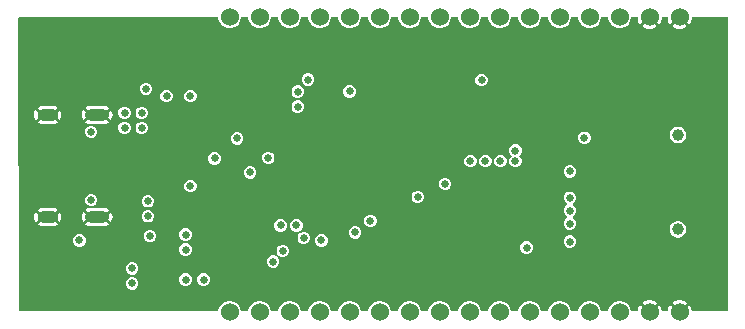
<source format=gbr>
%TF.GenerationSoftware,Altium Limited,Altium Designer,25.4.2 (15)*%
G04 Layer_Physical_Order=2*
G04 Layer_Color=37055*
%FSLAX45Y45*%
%MOMM*%
%TF.SameCoordinates,D428E1E4-D561-4EBD-83AA-0298DF20FA0A*%
%TF.FilePolarity,Positive*%
%TF.FileFunction,Copper,L2,Inr,Signal*%
%TF.Part,Single*%
G01*
G75*
%TA.AperFunction,ComponentPad*%
%ADD41O,2.10000X1.00000*%
%ADD42O,1.80000X1.00000*%
%ADD43C,0.65000*%
%ADD44C,1.00000*%
%ADD45C,1.52400*%
%TA.AperFunction,ViaPad*%
%ADD46C,0.66040*%
G36*
X2921522Y1197484D02*
X2922000Y1197962D01*
X2935376Y1221129D01*
X2942300Y1246970D01*
Y1262885D01*
X3247478D01*
Y-1228238D01*
X3239857Y-1231395D01*
X2942300D01*
Y-1226279D01*
X2935376Y-1200439D01*
X2922000Y-1177271D01*
X2921522Y-1176792D01*
X2849680Y-1248635D01*
X2840699Y-1239655D01*
X2831719Y-1248635D01*
X2759877Y-1176793D01*
X2759400Y-1177271D01*
X2746024Y-1200439D01*
X2739100Y-1226279D01*
Y-1231395D01*
X2688300D01*
Y-1226279D01*
X2681376Y-1200439D01*
X2668000Y-1177271D01*
X2667522Y-1176792D01*
X2595680Y-1248635D01*
X2586699Y-1239655D01*
X2577719Y-1248635D01*
X2505877Y-1176793D01*
X2505400Y-1177271D01*
X2492024Y-1200439D01*
X2485100Y-1226279D01*
Y-1231395D01*
X2428900D01*
Y-1226990D01*
X2422344Y-1202523D01*
X2409679Y-1180586D01*
X2391768Y-1162676D01*
X2369832Y-1150011D01*
X2345365Y-1143455D01*
X2320035D01*
X2295568Y-1150011D01*
X2273632Y-1162676D01*
X2255721Y-1180586D01*
X2243056Y-1202523D01*
X2236500Y-1226990D01*
Y-1231395D01*
X2174900D01*
Y-1226990D01*
X2168344Y-1202523D01*
X2155679Y-1180586D01*
X2137768Y-1162676D01*
X2115832Y-1150011D01*
X2091365Y-1143455D01*
X2066035D01*
X2041568Y-1150011D01*
X2019632Y-1162676D01*
X2001721Y-1180586D01*
X1989056Y-1202523D01*
X1982500Y-1226990D01*
Y-1231395D01*
X1920900D01*
Y-1226990D01*
X1914344Y-1202523D01*
X1901679Y-1180586D01*
X1883768Y-1162676D01*
X1861832Y-1150011D01*
X1837365Y-1143455D01*
X1812035D01*
X1787568Y-1150011D01*
X1765632Y-1162676D01*
X1747721Y-1180586D01*
X1735056Y-1202523D01*
X1728500Y-1226990D01*
Y-1231395D01*
X1666900D01*
Y-1226990D01*
X1660344Y-1202523D01*
X1647679Y-1180586D01*
X1629768Y-1162676D01*
X1607832Y-1150011D01*
X1583365Y-1143455D01*
X1558035D01*
X1533568Y-1150011D01*
X1511632Y-1162676D01*
X1493721Y-1180586D01*
X1481056Y-1202523D01*
X1474500Y-1226990D01*
Y-1231395D01*
X1412900D01*
Y-1226990D01*
X1406344Y-1202523D01*
X1393679Y-1180586D01*
X1375768Y-1162676D01*
X1353832Y-1150011D01*
X1329365Y-1143455D01*
X1304035D01*
X1279568Y-1150011D01*
X1257632Y-1162676D01*
X1239721Y-1180586D01*
X1227056Y-1202523D01*
X1220500Y-1226990D01*
Y-1231395D01*
X1158900D01*
Y-1226990D01*
X1152344Y-1202523D01*
X1139679Y-1180586D01*
X1121768Y-1162676D01*
X1099832Y-1150011D01*
X1075365Y-1143455D01*
X1050035D01*
X1025568Y-1150011D01*
X1003632Y-1162676D01*
X985721Y-1180586D01*
X973056Y-1202523D01*
X966500Y-1226990D01*
Y-1231395D01*
X904900D01*
Y-1226990D01*
X898344Y-1202523D01*
X885679Y-1180586D01*
X867768Y-1162676D01*
X845832Y-1150011D01*
X821365Y-1143455D01*
X796035D01*
X771568Y-1150011D01*
X749632Y-1162676D01*
X731721Y-1180586D01*
X719056Y-1202523D01*
X712500Y-1226990D01*
Y-1231395D01*
X650900D01*
Y-1226990D01*
X644344Y-1202523D01*
X631679Y-1180586D01*
X613768Y-1162676D01*
X591832Y-1150011D01*
X567365Y-1143455D01*
X542035D01*
X517568Y-1150011D01*
X495632Y-1162676D01*
X477721Y-1180586D01*
X465056Y-1202523D01*
X458500Y-1226990D01*
Y-1231395D01*
X396900D01*
Y-1226990D01*
X390344Y-1202523D01*
X377679Y-1180586D01*
X359768Y-1162676D01*
X337832Y-1150011D01*
X313365Y-1143455D01*
X288035D01*
X263568Y-1150011D01*
X241632Y-1162676D01*
X223721Y-1180586D01*
X211056Y-1202523D01*
X204500Y-1226990D01*
Y-1231395D01*
X142900D01*
Y-1226990D01*
X136344Y-1202523D01*
X123679Y-1180586D01*
X105768Y-1162676D01*
X83832Y-1150011D01*
X59365Y-1143455D01*
X34035D01*
X9568Y-1150011D01*
X-12368Y-1162676D01*
X-30279Y-1180586D01*
X-42944Y-1202523D01*
X-49500Y-1226990D01*
Y-1231395D01*
X-111100D01*
Y-1226990D01*
X-117656Y-1202523D01*
X-130321Y-1180586D01*
X-148232Y-1162676D01*
X-170168Y-1150011D01*
X-194635Y-1143455D01*
X-219965D01*
X-244432Y-1150011D01*
X-266368Y-1162676D01*
X-284279Y-1180586D01*
X-296944Y-1202523D01*
X-303500Y-1226990D01*
Y-1231395D01*
X-365100D01*
Y-1226990D01*
X-371656Y-1202523D01*
X-384321Y-1180586D01*
X-402232Y-1162676D01*
X-424168Y-1150011D01*
X-448635Y-1143455D01*
X-473965D01*
X-498432Y-1150011D01*
X-520368Y-1162676D01*
X-538279Y-1180586D01*
X-550944Y-1202523D01*
X-557500Y-1226990D01*
Y-1231395D01*
X-619100D01*
Y-1226990D01*
X-625656Y-1202523D01*
X-638321Y-1180586D01*
X-656232Y-1162676D01*
X-678168Y-1150011D01*
X-702635Y-1143455D01*
X-727965D01*
X-752432Y-1150011D01*
X-774368Y-1162676D01*
X-792279Y-1180586D01*
X-804944Y-1202523D01*
X-811500Y-1226990D01*
Y-1231395D01*
X-873100D01*
Y-1226990D01*
X-879656Y-1202523D01*
X-892321Y-1180586D01*
X-910232Y-1162676D01*
X-932168Y-1150011D01*
X-956635Y-1143455D01*
X-981965D01*
X-1006432Y-1150011D01*
X-1028368Y-1162676D01*
X-1046279Y-1180586D01*
X-1058944Y-1202523D01*
X-1065500Y-1226990D01*
Y-1231395D01*
X-2755615D01*
X-2763207Y1253891D01*
X-2754240Y1262885D01*
X-1065500D01*
Y1247681D01*
X-1058944Y1223214D01*
X-1046279Y1201277D01*
X-1028368Y1183366D01*
X-1006432Y1170701D01*
X-981965Y1164145D01*
X-956635D01*
X-932168Y1170701D01*
X-910232Y1183366D01*
X-892321Y1201277D01*
X-879656Y1223214D01*
X-873100Y1247681D01*
Y1262885D01*
X-811500D01*
Y1247681D01*
X-804944Y1223214D01*
X-792279Y1201277D01*
X-774368Y1183366D01*
X-752432Y1170701D01*
X-727965Y1164145D01*
X-702635D01*
X-678168Y1170701D01*
X-656232Y1183366D01*
X-638321Y1201277D01*
X-625656Y1223214D01*
X-619100Y1247681D01*
Y1262885D01*
X-557500D01*
Y1247681D01*
X-550944Y1223214D01*
X-538279Y1201277D01*
X-520368Y1183366D01*
X-498432Y1170701D01*
X-473965Y1164145D01*
X-448635D01*
X-424168Y1170701D01*
X-402232Y1183366D01*
X-384321Y1201277D01*
X-371656Y1223214D01*
X-365100Y1247681D01*
Y1262885D01*
X-303500D01*
Y1247681D01*
X-296944Y1223214D01*
X-284279Y1201277D01*
X-266368Y1183366D01*
X-244432Y1170701D01*
X-219965Y1164145D01*
X-194635D01*
X-170168Y1170701D01*
X-148232Y1183366D01*
X-130321Y1201277D01*
X-117656Y1223214D01*
X-111100Y1247681D01*
Y1262885D01*
X-49500D01*
Y1247681D01*
X-42944Y1223214D01*
X-30279Y1201277D01*
X-12368Y1183366D01*
X9568Y1170701D01*
X34035Y1164145D01*
X59365D01*
X83832Y1170701D01*
X105768Y1183366D01*
X123679Y1201277D01*
X136344Y1223214D01*
X142900Y1247681D01*
Y1262885D01*
X204500D01*
Y1247681D01*
X211056Y1223214D01*
X223721Y1201277D01*
X241632Y1183366D01*
X263568Y1170701D01*
X288035Y1164145D01*
X313365D01*
X337832Y1170701D01*
X359768Y1183366D01*
X377679Y1201277D01*
X390344Y1223214D01*
X396900Y1247681D01*
Y1262885D01*
X458500D01*
Y1247681D01*
X465056Y1223214D01*
X477721Y1201277D01*
X495632Y1183366D01*
X517568Y1170701D01*
X542035Y1164145D01*
X567365D01*
X591832Y1170701D01*
X613768Y1183366D01*
X631679Y1201277D01*
X644344Y1223214D01*
X650900Y1247681D01*
Y1262885D01*
X712500D01*
Y1247681D01*
X719056Y1223214D01*
X731721Y1201277D01*
X749632Y1183366D01*
X771568Y1170701D01*
X796035Y1164145D01*
X821365D01*
X845832Y1170701D01*
X867768Y1183366D01*
X885679Y1201277D01*
X898344Y1223214D01*
X904900Y1247681D01*
Y1262885D01*
X966500D01*
Y1247681D01*
X973056Y1223214D01*
X985721Y1201277D01*
X1003632Y1183366D01*
X1025568Y1170701D01*
X1050035Y1164145D01*
X1075365D01*
X1099832Y1170701D01*
X1121768Y1183366D01*
X1139679Y1201277D01*
X1152344Y1223214D01*
X1158900Y1247681D01*
Y1262885D01*
X1220500D01*
Y1247681D01*
X1227056Y1223214D01*
X1239721Y1201277D01*
X1257632Y1183366D01*
X1279568Y1170701D01*
X1304035Y1164145D01*
X1329365D01*
X1353832Y1170701D01*
X1375768Y1183366D01*
X1393679Y1201277D01*
X1406344Y1223214D01*
X1412900Y1247681D01*
Y1262885D01*
X1474500D01*
Y1247681D01*
X1481056Y1223214D01*
X1493721Y1201277D01*
X1511632Y1183366D01*
X1533568Y1170701D01*
X1558035Y1164145D01*
X1583365D01*
X1607832Y1170701D01*
X1629768Y1183366D01*
X1647679Y1201277D01*
X1660344Y1223214D01*
X1666900Y1247681D01*
Y1262885D01*
X1728500D01*
Y1247681D01*
X1735056Y1223214D01*
X1747721Y1201277D01*
X1765632Y1183366D01*
X1787568Y1170701D01*
X1812035Y1164145D01*
X1837365D01*
X1861832Y1170701D01*
X1883768Y1183366D01*
X1901679Y1201277D01*
X1914344Y1223214D01*
X1920900Y1247681D01*
Y1262885D01*
X1982500D01*
Y1247681D01*
X1989056Y1223214D01*
X2001721Y1201277D01*
X2019632Y1183366D01*
X2041568Y1170701D01*
X2066035Y1164145D01*
X2091365D01*
X2115832Y1170701D01*
X2137768Y1183366D01*
X2155679Y1201277D01*
X2168344Y1223214D01*
X2174900Y1247681D01*
Y1262885D01*
X2236500D01*
Y1247681D01*
X2243056Y1223214D01*
X2255721Y1201277D01*
X2273632Y1183366D01*
X2295568Y1170701D01*
X2320035Y1164145D01*
X2345365D01*
X2369832Y1170701D01*
X2391768Y1183366D01*
X2409679Y1201277D01*
X2422344Y1223214D01*
X2428900Y1247681D01*
Y1262885D01*
X2485100D01*
Y1246970D01*
X2492024Y1221129D01*
X2505400Y1197962D01*
X2505878Y1197484D01*
X2577720Y1269326D01*
X2586700Y1260345D01*
X2595680Y1269326D01*
X2667522Y1197484D01*
X2668000Y1197962D01*
X2681376Y1221129D01*
X2688300Y1246970D01*
Y1262885D01*
X2739100D01*
Y1246970D01*
X2746024Y1221129D01*
X2759400Y1197962D01*
X2759878Y1197484D01*
X2831720Y1269326D01*
X2840700Y1260345D01*
X2849680Y1269326D01*
X2921522Y1197484D01*
D02*
G37*
%LPC*%
G36*
X2840700Y1242385D02*
X2777838Y1179523D01*
X2778316Y1179045D01*
X2801484Y1165669D01*
X2827324Y1158745D01*
X2854076D01*
X2879916Y1165669D01*
X2903084Y1179045D01*
X2903562Y1179523D01*
X2840700Y1242385D01*
D02*
G37*
G36*
X2586700D02*
X2523838Y1179523D01*
X2524316Y1179045D01*
X2547484Y1165669D01*
X2573324Y1158745D01*
X2600076D01*
X2625916Y1165669D01*
X2649084Y1179045D01*
X2649562Y1179523D01*
X2586700Y1242385D01*
D02*
G37*
G36*
X-295436Y782505D02*
X-316529D01*
X-336016Y774434D01*
X-350930Y759519D01*
X-359002Y740032D01*
Y718939D01*
X-350930Y699452D01*
X-336016Y684537D01*
X-316529Y676466D01*
X-295436D01*
X-275949Y684537D01*
X-261034Y699452D01*
X-252962Y718939D01*
Y740032D01*
X-261034Y759519D01*
X-275949Y774434D01*
X-295436Y782505D01*
D02*
G37*
G36*
X1175224Y777425D02*
X1154131D01*
X1134644Y769354D01*
X1119730Y754439D01*
X1111658Y734952D01*
Y713859D01*
X1119730Y694372D01*
X1134644Y679457D01*
X1154131Y671386D01*
X1175224D01*
X1194711Y679457D01*
X1209626Y694372D01*
X1217698Y713859D01*
Y734952D01*
X1209626Y754439D01*
X1194711Y769354D01*
X1175224Y777425D01*
D02*
G37*
G36*
X-1667036Y703765D02*
X-1688129D01*
X-1707616Y695694D01*
X-1722530Y680779D01*
X-1730602Y661292D01*
Y640199D01*
X-1722530Y620712D01*
X-1707616Y605797D01*
X-1688129Y597725D01*
X-1667036D01*
X-1647549Y605797D01*
X-1632634Y620712D01*
X-1624562Y640199D01*
Y661292D01*
X-1632634Y680779D01*
X-1647549Y695694D01*
X-1667036Y703765D01*
D02*
G37*
G36*
X57624Y683445D02*
X36531D01*
X17044Y675374D01*
X2130Y660459D01*
X-5942Y640972D01*
Y619879D01*
X2130Y600392D01*
X17044Y585477D01*
X36531Y577405D01*
X57624D01*
X77111Y585477D01*
X92026Y600392D01*
X100098Y619879D01*
Y640972D01*
X92026Y660459D01*
X77111Y675374D01*
X57624Y683445D01*
D02*
G37*
G36*
X-381796Y680905D02*
X-402889D01*
X-422376Y672834D01*
X-437290Y657919D01*
X-445362Y638432D01*
Y617339D01*
X-437290Y597852D01*
X-422376Y582937D01*
X-402889Y574865D01*
X-381796D01*
X-362309Y582937D01*
X-347394Y597852D01*
X-339322Y617339D01*
Y638432D01*
X-347394Y657919D01*
X-362309Y672834D01*
X-381796Y680905D01*
D02*
G37*
G36*
X-1290554Y642915D02*
X-1311647D01*
X-1331133Y634844D01*
X-1346048Y619929D01*
X-1354120Y600442D01*
Y579349D01*
X-1346048Y559862D01*
X-1331133Y544947D01*
X-1311647Y536875D01*
X-1290554D01*
X-1271067Y544947D01*
X-1256152Y559862D01*
X-1248080Y579349D01*
Y600442D01*
X-1256152Y619929D01*
X-1271067Y634844D01*
X-1290554Y642915D01*
D02*
G37*
G36*
X-1492154D02*
X-1513247D01*
X-1532734Y634844D01*
X-1547648Y619929D01*
X-1555720Y600442D01*
Y579349D01*
X-1547648Y559862D01*
X-1532734Y544947D01*
X-1513247Y536875D01*
X-1492154D01*
X-1472667Y544947D01*
X-1457752Y559862D01*
X-1449680Y579349D01*
Y600442D01*
X-1457752Y619929D01*
X-1472667Y634844D01*
X-1492154Y642915D01*
D02*
G37*
G36*
X-381796Y553905D02*
X-402889D01*
X-422376Y545834D01*
X-437290Y530919D01*
X-445362Y511432D01*
Y490339D01*
X-437290Y470852D01*
X-422376Y455937D01*
X-402889Y447865D01*
X-381796D01*
X-362309Y455937D01*
X-347394Y470852D01*
X-339322Y490339D01*
Y511432D01*
X-347394Y530919D01*
X-362309Y545834D01*
X-381796Y553905D01*
D02*
G37*
G36*
X-1702596Y500565D02*
X-1723689D01*
X-1743176Y492494D01*
X-1758090Y477579D01*
X-1766162Y458092D01*
Y436999D01*
X-1758090Y417512D01*
X-1743176Y402597D01*
X-1723689Y394525D01*
X-1702596D01*
X-1683109Y402597D01*
X-1668194Y417512D01*
X-1660122Y436999D01*
Y458092D01*
X-1668194Y477579D01*
X-1683109Y492494D01*
X-1702596Y500565D01*
D02*
G37*
G36*
X-1847376D02*
X-1868469D01*
X-1887956Y492494D01*
X-1902870Y477579D01*
X-1910942Y458092D01*
Y436999D01*
X-1902870Y417512D01*
X-1887956Y402597D01*
X-1868469Y394525D01*
X-1847376D01*
X-1827889Y402597D01*
X-1812974Y417512D01*
X-1804902Y436999D01*
Y458092D01*
X-1812974Y477579D01*
X-1827889Y492494D01*
X-1847376Y500565D01*
D02*
G37*
G36*
X-2610766Y473578D02*
X-2615054Y467991D01*
X-2622652Y449649D01*
X-2625243Y429965D01*
X-2622652Y410282D01*
X-2615054Y391940D01*
X-2610766Y386352D01*
X-2567153Y429965D01*
X-2610766Y473578D01*
D02*
G37*
G36*
X-2207766Y473579D02*
X-2212054Y467991D01*
X-2219652Y449649D01*
X-2222243Y429965D01*
X-2219652Y410282D01*
X-2212054Y391940D01*
X-2207766Y386352D01*
X-2164153Y429966D01*
X-2207766Y473579D01*
D02*
G37*
G36*
X-1974619Y473579D02*
X-2018232Y429966D01*
X-1974619Y386352D01*
X-1970331Y391940D01*
X-1962733Y410282D01*
X-1960142Y429965D01*
X-1962733Y449649D01*
X-1970331Y467991D01*
X-1974619Y473579D01*
D02*
G37*
G36*
X-2407619D02*
X-2451233Y429965D01*
X-2407619Y386352D01*
X-2403331Y391940D01*
X-2395733Y410282D01*
X-2393142Y429965D01*
X-2395733Y449649D01*
X-2403331Y467991D01*
X-2407619Y473579D01*
D02*
G37*
G36*
X-2036192Y506016D02*
X-2146193D01*
X-2165876Y503425D01*
X-2184218Y495827D01*
X-2189806Y491539D01*
X-2137213Y438946D01*
X-2146193Y429966D01*
X-2137213Y420985D01*
X-2189806Y368392D01*
X-2184218Y364104D01*
X-2165876Y356506D01*
X-2146193Y353915D01*
X-2036192D01*
X-2016509Y356506D01*
X-1998167Y364104D01*
X-1992579Y368392D01*
X-2045173Y420985D01*
X-2036193Y429966D01*
X-2045173Y438946D01*
X-1992579Y491539D01*
X-1998167Y495827D01*
X-2016509Y503425D01*
X-2036192Y506016D01*
D02*
G37*
G36*
X-2469192D02*
X-2549192D01*
X-2568876Y503425D01*
X-2587218Y495827D01*
X-2592806Y491539D01*
X-2540213Y438946D01*
X-2549193Y429965D01*
X-2540213Y420985D01*
X-2592806Y368392D01*
X-2587218Y364104D01*
X-2568876Y356506D01*
X-2549192Y353915D01*
X-2469192D01*
X-2449509Y356506D01*
X-2431167Y364104D01*
X-2425579Y368391D01*
X-2478173Y420985D01*
X-2469193Y429965D01*
X-2478173Y438946D01*
X-2425579Y491539D01*
X-2431167Y495827D01*
X-2449509Y503425D01*
X-2469192Y506016D01*
D02*
G37*
G36*
X-1702596Y373565D02*
X-1723689D01*
X-1743176Y365494D01*
X-1758090Y350579D01*
X-1766162Y331092D01*
Y309999D01*
X-1758090Y290512D01*
X-1743176Y275597D01*
X-1723689Y267526D01*
X-1702596D01*
X-1683109Y275597D01*
X-1668194Y290512D01*
X-1660122Y309999D01*
Y331092D01*
X-1668194Y350579D01*
X-1683109Y365494D01*
X-1702596Y373565D01*
D02*
G37*
G36*
X-1847376D02*
X-1868469D01*
X-1887956Y365494D01*
X-1902870Y350579D01*
X-1910942Y331092D01*
Y309999D01*
X-1902870Y290512D01*
X-1887956Y275597D01*
X-1868469Y267526D01*
X-1847376D01*
X-1827889Y275597D01*
X-1812974Y290512D01*
X-1804902Y309999D01*
Y331092D01*
X-1812974Y350579D01*
X-1827889Y365494D01*
X-1847376Y373565D01*
D02*
G37*
G36*
X-2130749Y339466D02*
X-2151635D01*
X-2170931Y331473D01*
X-2185700Y316704D01*
X-2193692Y297409D01*
Y276523D01*
X-2185700Y257227D01*
X-2170931Y242458D01*
X-2151635Y234466D01*
X-2130749D01*
X-2111453Y242458D01*
X-2096685Y257227D01*
X-2088692Y276523D01*
Y297409D01*
X-2096685Y316704D01*
X-2111453Y331473D01*
X-2130749Y339466D01*
D02*
G37*
G36*
X2835056Y331939D02*
X2816624D01*
X2798821Y327169D01*
X2782859Y317953D01*
X2769826Y304920D01*
X2760610Y288958D01*
X2755840Y271155D01*
Y252723D01*
X2760610Y234920D01*
X2769826Y218958D01*
X2782859Y205925D01*
X2798821Y196710D01*
X2816624Y191939D01*
X2835056D01*
X2852859Y196710D01*
X2868821Y205925D01*
X2881854Y218958D01*
X2891069Y234920D01*
X2895840Y252723D01*
Y271155D01*
X2891069Y288958D01*
X2881854Y304920D01*
X2868821Y317953D01*
X2852859Y327169D01*
X2835056Y331939D01*
D02*
G37*
G36*
X2043904Y289745D02*
X2022811D01*
X2003324Y281674D01*
X1988410Y266759D01*
X1980338Y247272D01*
Y226179D01*
X1988410Y206692D01*
X2003324Y191777D01*
X2022811Y183705D01*
X2043904D01*
X2063391Y191777D01*
X2078306Y206692D01*
X2086378Y226179D01*
Y247272D01*
X2078306Y266759D01*
X2063391Y281674D01*
X2043904Y289745D01*
D02*
G37*
G36*
X-894876Y284665D02*
X-915969D01*
X-935456Y276594D01*
X-950370Y261679D01*
X-958442Y242192D01*
Y221099D01*
X-950370Y201612D01*
X-935456Y186697D01*
X-915969Y178625D01*
X-894876D01*
X-875389Y186697D01*
X-860474Y201612D01*
X-852402Y221099D01*
Y242192D01*
X-860474Y261679D01*
X-875389Y276594D01*
X-894876Y284665D01*
D02*
G37*
G36*
X-632074Y119060D02*
X-653166D01*
X-672653Y110988D01*
X-687568Y96073D01*
X-695640Y76586D01*
Y55494D01*
X-687568Y36007D01*
X-672653Y21092D01*
X-653166Y13020D01*
X-632074D01*
X-612587Y21092D01*
X-597672Y36007D01*
X-589600Y55494D01*
Y76586D01*
X-597672Y96073D01*
X-612587Y110988D01*
X-632074Y119060D01*
D02*
G37*
G36*
X-1085376Y114485D02*
X-1106469D01*
X-1125956Y106414D01*
X-1140870Y91499D01*
X-1148942Y72012D01*
Y50919D01*
X-1140870Y31432D01*
X-1125956Y16517D01*
X-1106469Y8446D01*
X-1085376D01*
X-1065889Y16517D01*
X-1050974Y31432D01*
X-1042902Y50919D01*
Y72012D01*
X-1050974Y91499D01*
X-1065889Y106414D01*
X-1085376Y114485D01*
D02*
G37*
G36*
X1459704Y181005D02*
X1438611D01*
X1419124Y172934D01*
X1404210Y158019D01*
X1396138Y138532D01*
Y117439D01*
X1404210Y97952D01*
X1418866Y83295D01*
X1404210Y68639D01*
X1396138Y49152D01*
Y28059D01*
X1404210Y8572D01*
X1419124Y-6343D01*
X1438611Y-14414D01*
X1459704D01*
X1479191Y-6343D01*
X1494106Y8572D01*
X1502178Y28059D01*
Y49152D01*
X1494106Y68639D01*
X1479449Y83295D01*
X1494106Y97952D01*
X1502178Y117439D01*
Y138532D01*
X1494106Y158019D01*
X1479191Y172934D01*
X1459704Y181005D01*
D02*
G37*
G36*
X1332704Y91625D02*
X1311611D01*
X1292124Y83554D01*
X1277210Y68639D01*
X1269138Y49152D01*
Y28059D01*
X1277210Y8572D01*
X1292124Y-6343D01*
X1311611Y-14414D01*
X1332704D01*
X1352191Y-6343D01*
X1367106Y8572D01*
X1375178Y28059D01*
Y49152D01*
X1367106Y68639D01*
X1352191Y83554D01*
X1332704Y91625D01*
D02*
G37*
G36*
X1205704D02*
X1184611D01*
X1165124Y83554D01*
X1150210Y68639D01*
X1142138Y49152D01*
Y28059D01*
X1150210Y8572D01*
X1165124Y-6343D01*
X1184611Y-14414D01*
X1205704D01*
X1225191Y-6343D01*
X1240106Y8572D01*
X1248178Y28059D01*
Y49152D01*
X1240106Y68639D01*
X1225191Y83554D01*
X1205704Y91625D01*
D02*
G37*
G36*
X1078704D02*
X1057611D01*
X1038124Y83554D01*
X1023210Y68639D01*
X1015138Y49152D01*
Y28059D01*
X1023210Y8572D01*
X1038124Y-6343D01*
X1057611Y-14414D01*
X1078704D01*
X1098191Y-6343D01*
X1113106Y8572D01*
X1121178Y28059D01*
Y49152D01*
X1113106Y68639D01*
X1098191Y83554D01*
X1078704Y91625D01*
D02*
G37*
G36*
X1921984Y5265D02*
X1900891D01*
X1881404Y-2806D01*
X1866490Y-17721D01*
X1858418Y-37208D01*
Y-58301D01*
X1866490Y-77788D01*
X1881404Y-92703D01*
X1900891Y-100774D01*
X1921984D01*
X1941471Y-92703D01*
X1956386Y-77788D01*
X1964458Y-58301D01*
Y-37208D01*
X1956386Y-17721D01*
X1941471Y-2806D01*
X1921984Y5265D01*
D02*
G37*
G36*
X-785656Y-2355D02*
X-806749D01*
X-826236Y-10426D01*
X-841150Y-25341D01*
X-849222Y-44828D01*
Y-65921D01*
X-841150Y-85408D01*
X-826236Y-100323D01*
X-806749Y-108394D01*
X-785656D01*
X-766169Y-100323D01*
X-751254Y-85408D01*
X-743182Y-65921D01*
Y-44828D01*
X-751254Y-25341D01*
X-766169Y-10426D01*
X-785656Y-2355D01*
D02*
G37*
G36*
X865344Y-101415D02*
X844251D01*
X824764Y-109486D01*
X809850Y-124401D01*
X801778Y-143888D01*
Y-164981D01*
X809850Y-184468D01*
X824764Y-199383D01*
X844251Y-207455D01*
X865344D01*
X884831Y-199383D01*
X899746Y-184468D01*
X907818Y-164981D01*
Y-143888D01*
X899746Y-124401D01*
X884831Y-109486D01*
X865344Y-101415D01*
D02*
G37*
G36*
X-1290554Y-119085D02*
X-1311647D01*
X-1331133Y-127156D01*
X-1346048Y-142071D01*
X-1354120Y-161558D01*
Y-182651D01*
X-1346048Y-202138D01*
X-1331133Y-217053D01*
X-1311647Y-225125D01*
X-1290554D01*
X-1271067Y-217053D01*
X-1256152Y-202138D01*
X-1248080Y-182651D01*
Y-161558D01*
X-1256152Y-142071D01*
X-1271067Y-127156D01*
X-1290554Y-119085D01*
D02*
G37*
G36*
X634204Y-210635D02*
X613111D01*
X593624Y-218706D01*
X578710Y-233621D01*
X570638Y-253108D01*
Y-274201D01*
X578710Y-293688D01*
X593624Y-308603D01*
X613111Y-316674D01*
X634204D01*
X653691Y-308603D01*
X668606Y-293688D01*
X676678Y-274201D01*
Y-253108D01*
X668606Y-233621D01*
X653691Y-218706D01*
X634204Y-210635D01*
D02*
G37*
G36*
X-2130749Y-238534D02*
X-2151635D01*
X-2170931Y-246527D01*
X-2185700Y-261296D01*
X-2193692Y-280592D01*
Y-301477D01*
X-2185700Y-320773D01*
X-2170931Y-335542D01*
X-2151635Y-343534D01*
X-2130749D01*
X-2111453Y-335542D01*
X-2096685Y-320773D01*
X-2088692Y-301477D01*
Y-280592D01*
X-2096685Y-261296D01*
X-2111453Y-246527D01*
X-2130749Y-238534D01*
D02*
G37*
G36*
X-1650614Y-247360D02*
X-1671706D01*
X-1691193Y-255432D01*
X-1706108Y-270347D01*
X-1714180Y-289834D01*
Y-310926D01*
X-1706108Y-330413D01*
X-1691193Y-345328D01*
X-1671706Y-353400D01*
X-1650614D01*
X-1631127Y-345328D01*
X-1616212Y-330413D01*
X-1608140Y-310926D01*
Y-289834D01*
X-1616212Y-270347D01*
X-1631127Y-255432D01*
X-1650614Y-247360D01*
D02*
G37*
G36*
X-1974618Y-390421D02*
X-2018232Y-434035D01*
X-1974619Y-477648D01*
X-1970331Y-472060D01*
X-1962733Y-453718D01*
X-1960142Y-434035D01*
X-1962733Y-414351D01*
X-1970331Y-396009D01*
X-1974618Y-390421D01*
D02*
G37*
G36*
X-2610766Y-390422D02*
X-2615054Y-396009D01*
X-2622652Y-414351D01*
X-2625243Y-434035D01*
X-2622652Y-453718D01*
X-2615054Y-472060D01*
X-2610766Y-477648D01*
X-2567153Y-434035D01*
X-2610766Y-390422D01*
D02*
G37*
G36*
X-2207766Y-390421D02*
X-2212054Y-396009D01*
X-2219652Y-414351D01*
X-2222243Y-434035D01*
X-2219652Y-453718D01*
X-2212054Y-472060D01*
X-2207766Y-477648D01*
X-2164153Y-434035D01*
X-2207766Y-390421D01*
D02*
G37*
G36*
X-2407619D02*
X-2451232Y-434035D01*
X-2407619Y-477649D01*
X-2403331Y-472060D01*
X-2395733Y-453718D01*
X-2393142Y-434035D01*
X-2395733Y-414351D01*
X-2403331Y-396009D01*
X-2407619Y-390421D01*
D02*
G37*
G36*
X-1650614Y-374360D02*
X-1671706D01*
X-1691193Y-382432D01*
X-1706108Y-397347D01*
X-1714180Y-416834D01*
Y-437926D01*
X-1706108Y-457413D01*
X-1691193Y-472328D01*
X-1671706Y-480400D01*
X-1650614D01*
X-1631127Y-472328D01*
X-1616212Y-457413D01*
X-1608140Y-437926D01*
Y-416834D01*
X-1616212Y-397347D01*
X-1631127Y-382432D01*
X-1650614Y-374360D01*
D02*
G37*
G36*
X-2036192Y-357984D02*
X-2146193D01*
X-2165876Y-360575D01*
X-2184218Y-368173D01*
X-2189806Y-372461D01*
X-2137212Y-425055D01*
X-2146193Y-434035D01*
X-2137212Y-443015D01*
X-2189806Y-495609D01*
X-2184218Y-499896D01*
X-2165876Y-507494D01*
X-2146193Y-510085D01*
X-2036192D01*
X-2016509Y-507494D01*
X-1998167Y-499896D01*
X-1992579Y-495608D01*
X-2045172Y-443015D01*
X-2036192Y-434035D01*
X-2045172Y-425055D01*
X-1992579Y-372461D01*
X-1998167Y-368173D01*
X-2016509Y-360575D01*
X-2036192Y-357984D01*
D02*
G37*
G36*
X-2469192D02*
X-2549192D01*
X-2568876Y-360575D01*
X-2587218Y-368173D01*
X-2592806Y-372461D01*
X-2540212Y-425055D01*
X-2549193Y-434035D01*
X-2540212Y-443015D01*
X-2592806Y-495609D01*
X-2587218Y-499896D01*
X-2568876Y-507494D01*
X-2549192Y-510085D01*
X-2469192D01*
X-2449509Y-507494D01*
X-2431167Y-499896D01*
X-2425579Y-495609D01*
X-2478173Y-443015D01*
X-2469193Y-434035D01*
X-2478173Y-425055D01*
X-2425579Y-372461D01*
X-2431167Y-368173D01*
X-2449509Y-360575D01*
X-2469192Y-357984D01*
D02*
G37*
G36*
X232506Y-414475D02*
X211414D01*
X191927Y-422547D01*
X177012Y-437461D01*
X168940Y-456948D01*
Y-478041D01*
X177012Y-497528D01*
X191927Y-512443D01*
X211414Y-520515D01*
X232506D01*
X251993Y-512443D01*
X266908Y-497528D01*
X274980Y-478041D01*
Y-456948D01*
X266908Y-437461D01*
X251993Y-422547D01*
X232506Y-414475D01*
D02*
G37*
G36*
X1921984Y-218255D02*
X1900891D01*
X1881404Y-226326D01*
X1866490Y-241241D01*
X1858418Y-260728D01*
Y-281821D01*
X1866490Y-301308D01*
X1881404Y-316223D01*
X1888137Y-319011D01*
Y-332758D01*
X1881404Y-335546D01*
X1866490Y-350461D01*
X1858418Y-369948D01*
Y-391041D01*
X1866490Y-410528D01*
X1881404Y-425443D01*
X1888137Y-428231D01*
Y-441978D01*
X1881404Y-444766D01*
X1866490Y-459681D01*
X1858418Y-479168D01*
Y-500261D01*
X1866490Y-519748D01*
X1881404Y-534663D01*
X1900891Y-542734D01*
X1921984D01*
X1941471Y-534663D01*
X1956386Y-519748D01*
X1964458Y-500261D01*
Y-479168D01*
X1956386Y-459681D01*
X1941471Y-444766D01*
X1934739Y-441978D01*
Y-428231D01*
X1941471Y-425443D01*
X1956386Y-410528D01*
X1964458Y-391041D01*
Y-369948D01*
X1956386Y-350461D01*
X1941471Y-335546D01*
X1934739Y-332758D01*
Y-319011D01*
X1941471Y-316223D01*
X1956386Y-301308D01*
X1964458Y-281821D01*
Y-260728D01*
X1956386Y-241241D01*
X1941471Y-226326D01*
X1921984Y-218255D01*
D02*
G37*
G36*
X-394518Y-452219D02*
X-415611D01*
X-435098Y-460291D01*
X-450013Y-475206D01*
X-458084Y-494693D01*
Y-515785D01*
X-450013Y-535272D01*
X-435098Y-550187D01*
X-415611Y-558259D01*
X-394518D01*
X-375031Y-550187D01*
X-360116Y-535272D01*
X-352045Y-515785D01*
Y-494693D01*
X-360116Y-475206D01*
X-375031Y-460291D01*
X-394518Y-452219D01*
D02*
G37*
G36*
X-526576D02*
X-547669D01*
X-567156Y-460291D01*
X-582070Y-475206D01*
X-590142Y-494693D01*
Y-515785D01*
X-582070Y-535272D01*
X-567156Y-550187D01*
X-547669Y-558259D01*
X-526576D01*
X-507089Y-550187D01*
X-492174Y-535272D01*
X-484102Y-515785D01*
Y-494693D01*
X-492174Y-475206D01*
X-507089Y-460291D01*
X-526576Y-452219D01*
D02*
G37*
G36*
X2835056Y-468061D02*
X2816624D01*
X2798821Y-472831D01*
X2782859Y-482047D01*
X2769826Y-495080D01*
X2760610Y-511042D01*
X2755840Y-528845D01*
Y-547277D01*
X2760610Y-565080D01*
X2769826Y-581042D01*
X2782859Y-594075D01*
X2798821Y-603290D01*
X2816624Y-608061D01*
X2835056D01*
X2852859Y-603290D01*
X2868821Y-594075D01*
X2881854Y-581042D01*
X2891069Y-565080D01*
X2895840Y-547277D01*
Y-528845D01*
X2891069Y-511042D01*
X2881854Y-495080D01*
X2868821Y-482047D01*
X2852859Y-472831D01*
X2835056Y-468061D01*
D02*
G37*
G36*
X103456Y-510466D02*
X82363D01*
X62876Y-518538D01*
X47961Y-533453D01*
X39889Y-552940D01*
Y-574033D01*
X47961Y-593520D01*
X62876Y-608434D01*
X82363Y-616506D01*
X103456D01*
X122943Y-608434D01*
X137857Y-593520D01*
X145929Y-574033D01*
Y-552940D01*
X137857Y-533453D01*
X122943Y-518538D01*
X103456Y-510466D01*
D02*
G37*
G36*
X-1331756Y-530675D02*
X-1352849D01*
X-1372336Y-538746D01*
X-1387250Y-553661D01*
X-1395322Y-573148D01*
Y-594241D01*
X-1387250Y-613728D01*
X-1372336Y-628643D01*
X-1352849Y-636714D01*
X-1331756D01*
X-1312269Y-628643D01*
X-1297354Y-613728D01*
X-1289282Y-594241D01*
Y-573148D01*
X-1297354Y-553661D01*
X-1312269Y-538746D01*
X-1331756Y-530675D01*
D02*
G37*
G36*
X-1632834Y-542000D02*
X-1653926D01*
X-1673413Y-550072D01*
X-1688328Y-564987D01*
X-1696400Y-584474D01*
Y-605566D01*
X-1688328Y-625053D01*
X-1673413Y-639968D01*
X-1653926Y-648040D01*
X-1632834D01*
X-1613347Y-639968D01*
X-1598432Y-625053D01*
X-1590360Y-605566D01*
Y-584474D01*
X-1598432Y-564987D01*
X-1613347Y-550072D01*
X-1632834Y-542000D01*
D02*
G37*
G36*
X-330996Y-558615D02*
X-352089D01*
X-371576Y-566686D01*
X-386490Y-581601D01*
X-394562Y-601088D01*
Y-622181D01*
X-386490Y-641668D01*
X-371576Y-656583D01*
X-352089Y-664654D01*
X-330996D01*
X-311509Y-656583D01*
X-296594Y-641668D01*
X-288522Y-622181D01*
Y-601088D01*
X-296594Y-581601D01*
X-311509Y-566686D01*
X-330996Y-558615D01*
D02*
G37*
G36*
X-2230916Y-578935D02*
X-2252009D01*
X-2271496Y-587006D01*
X-2286410Y-601921D01*
X-2294482Y-621408D01*
Y-642501D01*
X-2286410Y-661988D01*
X-2271496Y-676903D01*
X-2252009Y-684974D01*
X-2230916D01*
X-2211429Y-676903D01*
X-2196514Y-661988D01*
X-2188442Y-642501D01*
Y-621408D01*
X-2196514Y-601921D01*
X-2211429Y-587006D01*
X-2230916Y-578935D01*
D02*
G37*
G36*
X-182494Y-579440D02*
X-203586D01*
X-223073Y-587512D01*
X-237988Y-602427D01*
X-246060Y-621914D01*
Y-643006D01*
X-237988Y-662493D01*
X-223073Y-677408D01*
X-203586Y-685480D01*
X-182494D01*
X-163007Y-677408D01*
X-148092Y-662493D01*
X-140020Y-643006D01*
Y-621914D01*
X-148092Y-602427D01*
X-163007Y-587512D01*
X-182494Y-579440D01*
D02*
G37*
G36*
X1921984Y-589095D02*
X1900891D01*
X1881404Y-597166D01*
X1866490Y-612081D01*
X1858418Y-631568D01*
Y-652661D01*
X1866490Y-672148D01*
X1881404Y-687063D01*
X1900891Y-695134D01*
X1921984D01*
X1941471Y-687063D01*
X1956386Y-672148D01*
X1964458Y-652661D01*
Y-631568D01*
X1956386Y-612081D01*
X1941471Y-597166D01*
X1921984Y-589095D01*
D02*
G37*
G36*
X1556224Y-639895D02*
X1535131D01*
X1515644Y-647966D01*
X1500730Y-662881D01*
X1492658Y-682368D01*
Y-703461D01*
X1500730Y-722948D01*
X1515644Y-737863D01*
X1535131Y-745934D01*
X1556224D01*
X1575711Y-737863D01*
X1590626Y-722948D01*
X1598698Y-703461D01*
Y-682368D01*
X1590626Y-662881D01*
X1575711Y-647966D01*
X1556224Y-639895D01*
D02*
G37*
G36*
X-1331756Y-657675D02*
X-1352849D01*
X-1372336Y-665746D01*
X-1387250Y-680661D01*
X-1395322Y-700148D01*
Y-721241D01*
X-1387250Y-740728D01*
X-1372336Y-755643D01*
X-1352849Y-763714D01*
X-1331756D01*
X-1312269Y-755643D01*
X-1297354Y-740728D01*
X-1289282Y-721241D01*
Y-700148D01*
X-1297354Y-680661D01*
X-1312269Y-665746D01*
X-1331756Y-657675D01*
D02*
G37*
G36*
X-508796Y-667835D02*
X-529889D01*
X-549376Y-675906D01*
X-564290Y-690821D01*
X-572362Y-710308D01*
Y-731401D01*
X-564290Y-750888D01*
X-549376Y-765803D01*
X-529889Y-773874D01*
X-508796D01*
X-489309Y-765803D01*
X-474394Y-750888D01*
X-466322Y-731401D01*
Y-710308D01*
X-474394Y-690821D01*
X-489309Y-675906D01*
X-508796Y-667835D01*
D02*
G37*
G36*
X-590076Y-758959D02*
X-611169D01*
X-630656Y-767030D01*
X-645570Y-781945D01*
X-653642Y-801432D01*
Y-822525D01*
X-645570Y-842012D01*
X-630656Y-856927D01*
X-611169Y-864999D01*
X-590076D01*
X-570589Y-856927D01*
X-555674Y-842012D01*
X-547602Y-822525D01*
Y-801432D01*
X-555674Y-781945D01*
X-570589Y-767030D01*
X-590076Y-758959D01*
D02*
G37*
G36*
X-1783876Y-815155D02*
X-1804969D01*
X-1824456Y-823226D01*
X-1839370Y-838141D01*
X-1847442Y-857628D01*
Y-878721D01*
X-1839370Y-898208D01*
X-1824456Y-913123D01*
X-1804969Y-921195D01*
X-1783876D01*
X-1764389Y-913123D01*
X-1749474Y-898208D01*
X-1741402Y-878721D01*
Y-857628D01*
X-1749474Y-838141D01*
X-1764389Y-823226D01*
X-1783876Y-815155D01*
D02*
G37*
G36*
X-1179356Y-911675D02*
X-1200449D01*
X-1219936Y-919746D01*
X-1234850Y-934661D01*
X-1242922Y-954148D01*
Y-975241D01*
X-1234850Y-994728D01*
X-1219936Y-1009643D01*
X-1200449Y-1017714D01*
X-1179356D01*
X-1159869Y-1009643D01*
X-1144954Y-994728D01*
X-1136882Y-975241D01*
Y-954148D01*
X-1144954Y-934661D01*
X-1159869Y-919746D01*
X-1179356Y-911675D01*
D02*
G37*
G36*
X-1331756D02*
X-1352849D01*
X-1372336Y-919746D01*
X-1387250Y-934661D01*
X-1395322Y-954148D01*
Y-975241D01*
X-1387250Y-994728D01*
X-1372336Y-1009643D01*
X-1352849Y-1017714D01*
X-1331756D01*
X-1312269Y-1009643D01*
X-1297354Y-994728D01*
X-1289282Y-975241D01*
Y-954148D01*
X-1297354Y-934661D01*
X-1312269Y-919746D01*
X-1331756Y-911675D01*
D02*
G37*
G36*
X-1783876Y-942155D02*
X-1804969D01*
X-1824456Y-950226D01*
X-1839370Y-965141D01*
X-1847442Y-984628D01*
Y-1005721D01*
X-1839370Y-1025208D01*
X-1824456Y-1040123D01*
X-1804969Y-1048194D01*
X-1783876D01*
X-1764389Y-1040123D01*
X-1749474Y-1025208D01*
X-1741402Y-1005721D01*
Y-984628D01*
X-1749474Y-965141D01*
X-1764389Y-950226D01*
X-1783876Y-942155D01*
D02*
G37*
G36*
X2600076Y-1138055D02*
X2573324D01*
X2547484Y-1144978D01*
X2524316Y-1158354D01*
X2523838Y-1158833D01*
X2586699Y-1221694D01*
X2649562Y-1158832D01*
X2649084Y-1158354D01*
X2625916Y-1144978D01*
X2600076Y-1138055D01*
D02*
G37*
G36*
X2854076D02*
X2827324D01*
X2801484Y-1144978D01*
X2778316Y-1158354D01*
X2777838Y-1158833D01*
X2840699Y-1221694D01*
X2903562Y-1158832D01*
X2903084Y-1158354D01*
X2879916Y-1144978D01*
X2854076Y-1138055D01*
D02*
G37*
%LPD*%
D41*
X-2091192Y429965D02*
D03*
Y-434035D02*
D03*
D42*
X-2509192Y429965D02*
D03*
Y-434035D02*
D03*
D43*
X-2141192Y-291034D02*
D03*
Y286966D02*
D03*
D44*
X2825840Y-538061D02*
D03*
Y261939D02*
D03*
D45*
X2586700Y1260345D02*
D03*
Y-1239655D02*
D03*
X2840700D02*
D03*
Y1260345D02*
D03*
X-969300D02*
D03*
X-715300D02*
D03*
X-969300Y-1239655D02*
D03*
X2078700Y1260345D02*
D03*
Y-1239655D02*
D03*
X2332700Y1260345D02*
D03*
Y-1239655D02*
D03*
X554700D02*
D03*
X808700D02*
D03*
X300700D02*
D03*
X1062700D02*
D03*
X1316700D02*
D03*
X46700D02*
D03*
X-207300D02*
D03*
X-461300D02*
D03*
X-715300D02*
D03*
X1570700D02*
D03*
X1824700D02*
D03*
Y1260345D02*
D03*
X1570700D02*
D03*
X-461300D02*
D03*
X1316700D02*
D03*
X1062700D02*
D03*
X808700D02*
D03*
X-207300D02*
D03*
X554700D02*
D03*
X46700D02*
D03*
X300700D02*
D03*
D46*
X-58420Y-693420D02*
D03*
X-193040Y-632460D02*
D03*
X-261620Y-566420D02*
D03*
X-642620Y66040D02*
D03*
X-581660Y259080D02*
D03*
X1682840Y-817561D02*
D03*
X-1794422Y-868175D02*
D03*
X1990178Y648205D02*
D03*
X-1553122Y975865D02*
D03*
X-1677582Y650745D02*
D03*
X-1095922Y61465D02*
D03*
X-796202Y-55375D02*
D03*
X1258658Y-497625D02*
D03*
X1385658D02*
D03*
X623658Y-263655D02*
D03*
X1545678Y-692915D02*
D03*
X1911438Y-642115D02*
D03*
X854798Y-154435D02*
D03*
X-537122Y-395735D02*
D03*
Y-505239D02*
D03*
X-1342302Y-964695D02*
D03*
X-966382Y-637035D02*
D03*
X-1794422Y-995175D02*
D03*
X-905422Y231645D02*
D03*
X47078Y630425D02*
D03*
X825500Y-50800D02*
D03*
X1449158Y127986D02*
D03*
X-305982Y729485D02*
D03*
X1258658Y-388115D02*
D03*
X1385658D02*
D03*
X1911438Y-380495D02*
D03*
Y-271275D02*
D03*
Y-47755D02*
D03*
X2033358Y236725D02*
D03*
X557240Y-467495D02*
D03*
X1911438Y-489715D02*
D03*
X1322158Y38605D02*
D03*
X1449158D02*
D03*
X1195158D02*
D03*
X1068158D02*
D03*
X-2147482Y963165D02*
D03*
X-2302422Y726945D02*
D03*
X-2241462Y-631955D02*
D03*
X-966382Y-510035D02*
D03*
Y-383035D02*
D03*
X-1926502Y-634495D02*
D03*
Y-748795D02*
D03*
Y-520195D02*
D03*
X-1189902Y-964695D02*
D03*
X-1342302Y-710695D02*
D03*
Y-583695D02*
D03*
X-1643380Y-595020D02*
D03*
X-1661160Y-427380D02*
D03*
Y-300380D02*
D03*
X-1857922Y320545D02*
D03*
X-1713142D02*
D03*
Y447545D02*
D03*
X-1857922D02*
D03*
X-1573442Y-1071375D02*
D03*
X-1766482Y-93475D02*
D03*
X-1769022Y208785D02*
D03*
X92909Y-563486D02*
D03*
X-1301100Y589895D02*
D03*
X-1502700D02*
D03*
X-519342Y-720855D02*
D03*
X-600622Y-811979D02*
D03*
X-1301100Y-172105D02*
D03*
X-392342Y627885D02*
D03*
Y500885D02*
D03*
X-405064Y-505239D02*
D03*
X-341542Y-611635D02*
D03*
X221960Y-467495D02*
D03*
X684240Y-729115D02*
D03*
X1164678Y724405D02*
D03*
X387438Y561845D02*
D03*
%TF.MD5,5f90df6dac47c64d9d20b25a7c331641*%
M02*

</source>
